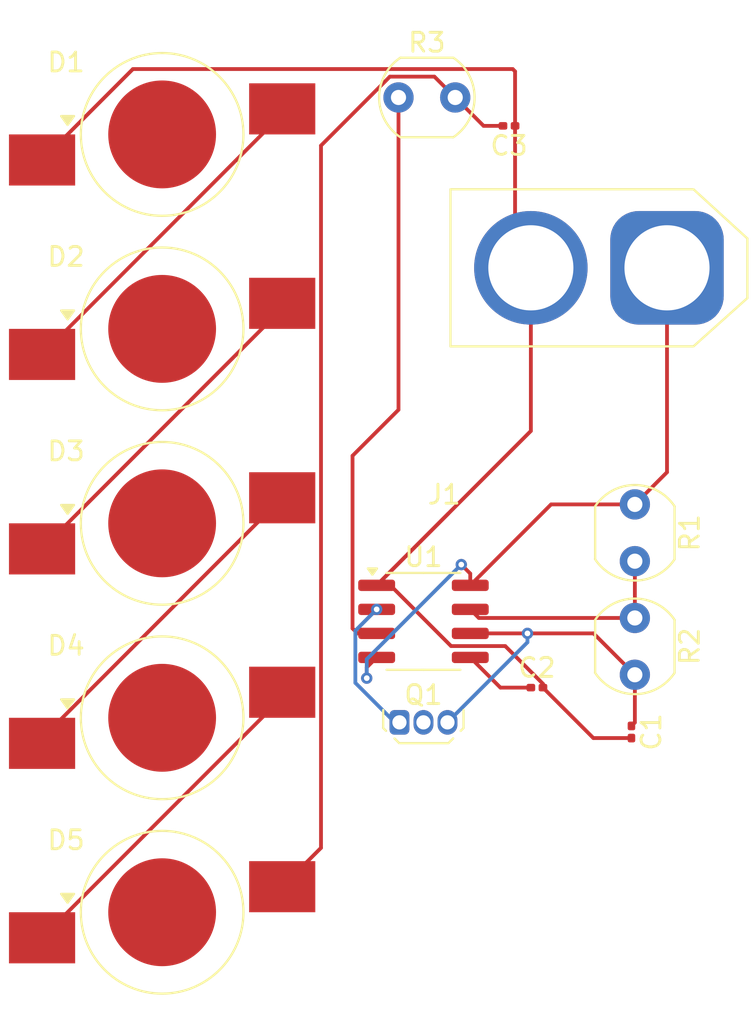
<source format=kicad_pcb>
(kicad_pcb (version 20241229) (generator "pcbnew") (generator_version "9.0")
  (layers (0 "F.Cu" signal) (2 "B.Cu" signal) (13 "F.Paste" user) (15 "B.Paste" user) (5 "F.SilkS" user "F.Silkscreen") (7 "B.SilkS" user "B.Silkscreen") (1 "F.Mask" user) (3 "B.Mask" user) (25 "Edge.Cuts" user))
  (net 0 "")
  (net 1 "VCC")
  (net 2 "Net-(U1-Q)")
  (net 3 "GND")
  (net 4 "Net-(U1-DIS)")
  (net 5 "Net-(Q1-S)")
  (net 6 "Net-(U1-CV)")
  (net 7 "/L")
  (net 8 "Net-(D1-A)")
  (net 9 "Net-(D2-A)")
  (net 10 "Net-(D3-A)")
  (net 11 "Net-(D4-A)")
  (net 13 "Net-(Q1-D)")
  (footprint "OptoDevice:R_LDR_5.0x4.1mm_P3mm_Vertical" (layer "F.Cu") (at 110.5 82 -90)
    (property "Reference" "R2" (at 1.5 -2.9 90) (layer "F.SilkS"))
    (property "Value" "R")
    (fp_line (start 0.1 2.1) (end 2.9 2.1) (stroke (width 0.12)) (layer "F.SilkS"))
    (fp_line (start 0.1 -2.1) (end 2.9 -2.1) (stroke (width 0.12)) (layer "F.SilkS"))
    (fp_arc (start 0.1 2.1) (mid -1.023872 -0.008372) (end 0.113963 -2.109242) (stroke (width 0.12)) (layer "F.SilkS"))
    (fp_arc (start 2.9 -2.1) (mid 4.023872 0.008372) (end 2.886037 2.109242) (stroke (width 0.12)) (layer "F.SilkS"))
    (pad "1" thru_hole circle (at 0 0 270) (size 1.6 1.6) (drill 0.8) (layers "*.Cu" "*.Mask") (net 4 "Net-(U1-DIS)"))
    (pad "2" thru_hole circle (at 3 0 270) (size 1.6 1.6) (drill 0.8) (layers "*.Cu" "*.Mask") (net 5 "Net-(Q1-S)"))
  )
  (footprint "OptoDevice:R_LDR_5.0x4.1mm_P3mm_Vertical" (layer "F.Cu") (at 110.5 76 -90)
    (property "Reference" "R1" (at 1.5 -2.9 90) (layer "F.SilkS"))
    (property "Value" "R")
    (fp_line (start 0.1 2.1) (end 2.9 2.1) (stroke (width 0.12)) (layer "F.SilkS"))
    (fp_line (start 0.1 -2.1) (end 2.9 -2.1) (stroke (width 0.12)) (layer "F.SilkS"))
    (fp_arc (start 0.1 2.1) (mid -1.023872 -0.008372) (end 0.113963 -2.109242) (stroke (width 0.12)) (layer "F.SilkS"))
    (fp_arc (start 2.9 -2.1) (mid 4.023872 0.008372) (end 2.886037 2.109242) (stroke (width 0.12)) (layer "F.SilkS"))
    (pad "1" thru_hole circle (at 0 0 270) (size 1.6 1.6) (drill 0.8) (layers "*.Cu" "*.Mask") (net 1 "VCC"))
    (pad "2" thru_hole circle (at 3 0 270) (size 1.6 1.6) (drill 0.8) (layers "*.Cu" "*.Mask") (net 4 "Net-(U1-DIS)"))
  )
  (footprint "Package_SO:SOIC-8_3.9x4.9mm_P1.27mm" (layer "F.Cu") (at 99.32 82.18)
    (property "Reference" "U1" (at 0 -3.4 0) (layer "F.SilkS"))
    (property "Value" "LM555xM")
    (fp_line (start 0 -2.56) (end -1.95 -2.56) (stroke (width 0.12)) (layer "F.SilkS"))
    (fp_line (start 0 -2.56) (end 1.95 -2.56) (stroke (width 0.12)) (layer "F.SilkS"))
    (fp_line (start 0 2.56) (end -1.95 2.56) (stroke (width 0.12)) (layer "F.SilkS"))
    (fp_line (start 0 2.56) (end 1.95 2.56) (stroke (width 0.12)) (layer "F.SilkS"))
    (fp_poly (pts (xy -2.7 -2.465) (xy -2.94 -2.795) (xy -2.46 -2.795)) (stroke (width 0.12)) (fill yes) (layer "F.SilkS"))
    (pad "1" smd roundrect (at -2.475 -1.905) (size 1.95 0.6) (layers "F.Cu" "F.Mask" "F.Paste") (net 3 "GND"))
    (pad "2" smd roundrect (at -2.475 -0.635) (size 1.95 0.6) (layers "F.Cu" "F.Mask" "F.Paste") (net 13 "Net-(Q1-D)"))
    (pad "3" smd roundrect (at -2.475 0.635) (size 1.95 0.6) (layers "F.Cu" "F.Mask" "F.Paste") (net 2 "Net-(U1-Q)"))
    (pad "4" smd roundrect (at -2.475 1.905) (size 1.95 0.6) (layers "F.Cu" "F.Mask" "F.Paste") (net 1 "VCC"))
    (pad "5" smd roundrect (at 2.475 1.905) (size 1.95 0.6) (layers "F.Cu" "F.Mask" "F.Paste") (net 6 "Net-(U1-CV)"))
    (pad "6" smd roundrect (at 2.475 0.635) (size 1.95 0.6) (layers "F.Cu" "F.Mask" "F.Paste") (net 5 "Net-(Q1-S)"))
    (pad "7" smd roundrect (at 2.475 -0.635) (size 1.95 0.6) (layers "F.Cu" "F.Mask" "F.Paste") (net 4 "Net-(U1-DIS)"))
    (pad "8" smd roundrect (at 2.475 -1.905) (size 1.95 0.6) (layers "F.Cu" "F.Mask" "F.Paste") (net 1 "VCC"))
  )
  (footprint "LED_SMD:LED_1W_3W_R8" (layer "F.Cu") (at 85.5 56.451976)
    (property "Reference" "D1" (at -5.08 -3.81 0) (layer "F.SilkS"))
    (property "Value" "LED")
    (fp_circle (center 0 0) (end -4.3 0) (stroke (width 0.12)) (fill no) (layer "F.SilkS"))
    (fp_poly (pts (xy -5 -0.5) (xy -5.34 -0.97) (xy -4.66 -0.97) (xy -5 -0.5)) (stroke (width 0.12)) (fill yes) (layer "F.SilkS"))
    (pad "1" smd rect (at -6.35 1.35) (size 3.5 2.7) (layers "F.Cu" "F.Mask" "F.Paste") (net 3 "GND"))
    (pad "2" smd rect (at 6.35 -1.35) (size 3.5 2.7) (layers "F.Cu" "F.Mask" "F.Paste") (net 8 "Net-(D1-A)"))
    (pad "3" smd circle (at 0 0) (size 5.7 5.7) (layers "F.Cu" "F.Mask" "F.Paste"))
  )
  (footprint "Capacitor_SMD:C_0201_0603Metric" (layer "F.Cu") (at 103.845 56 180)
    (property "Reference" "C3" (at 0 -1.05 0) (layer "F.SilkS"))
    (property "Value" "C")
    (pad "1" smd roundrect (at -0.32 0 180) (size 0.46 0.4) (layers "F.Cu" "F.Mask") (net 3 "GND"))
    (pad "2" smd roundrect (at 0.32 0 180) (size 0.46 0.4) (layers "F.Cu" "F.Mask") (net 7 "/L"))
  )
  (footprint "Package_TO_SOT_THT:TO-92Flat" (layer "F.Cu") (at 98.05 87.515)
    (property "Reference" "Q1" (at 1.27 -1.45 0) (layer "F.SilkS"))
    (property "Value" "NMOS")
    (fp_line (start -0.86 0.3) (end -0.86 -0.65) (stroke (width 0.12)) (layer "F.SilkS"))
    (fp_line (start -0.71 0.45) (end -0.86 0.3) (stroke (width 0.12)) (layer "F.SilkS"))
    (fp_line (start -0.01 1.1) (end -0.26 0.85) (stroke (width 0.12)) (layer "F.SilkS"))
    (fp_line (start -0.01 1.1) (end 2.59 1.1) (stroke (width 0.12)) (layer "F.SilkS"))
    (fp_line (start 2.59 1.1) (end 2.84 0.85) (stroke (width 0.12)) (layer "F.SilkS"))
    (fp_line (start 3.24 0.45) (end 3.39 0.3) (stroke (width 0.12)) (layer "F.SilkS"))
    (fp_line (start 3.39 -0.65) (end 3.39 0.3) (stroke (width 0.12)) (layer "F.SilkS"))
    (pad "1" thru_hole roundrect (at 0 0) (size 1.05 1.3) (drill 0.75) (layers "*.Cu" "*.Mask") (roundrect_rratio 0.238) (net 13 "Net-(Q1-D)"))
    (pad "2" thru_hole oval (at 1.27 0) (size 1.05 1.3) (drill 0.75) (layers "*.Cu" "*.Mask"))
    (pad "3" thru_hole oval (at 2.54 0) (size 1.05 1.3) (drill 0.75) (layers "*.Cu" "*.Mask") (net 5 "Net-(Q1-S)"))
  )
  (footprint "LED_SMD:LED_1W_3W_R8" (layer "F.Cu") (at 85.5 87.274012)
    (property "Reference" "D4" (at -5.08 -3.81 0) (layer "F.SilkS"))
    (property "Value" "LED")
    (fp_circle (center 0 0) (end -4.3 0) (stroke (width 0.12)) (fill no) (layer "F.SilkS"))
    (fp_poly (pts (xy -5 -0.5) (xy -5.34 -0.97) (xy -4.66 -0.97) (xy -5 -0.5)) (stroke (width 0.12)) (fill yes) (layer "F.SilkS"))
    (pad "1" smd rect (at -6.35 1.35) (size 3.5 2.7) (layers "F.Cu" "F.Mask" "F.Paste") (net 10 "Net-(D3-A)"))
    (pad "2" smd rect (at 6.35 -1.35) (size 3.5 2.7) (layers "F.Cu" "F.Mask" "F.Paste") (net 11 "Net-(D4-A)"))
    (pad "3" smd circle (at 0 0) (size 5.7 5.7) (layers "F.Cu" "F.Mask" "F.Paste"))
  )
  (footprint "OptoDevice:R_LDR_5.0x4.1mm_P3mm_Vertical" (layer "F.Cu") (at 98 54.5)
    (property "Reference" "R3" (at 1.5 -2.9 0) (layer "F.SilkS"))
    (property "Value" "R")
    (fp_line (start 0.1 -2.1) (end 2.9 -2.1) (stroke (width 0.12)) (layer "F.SilkS"))
    (fp_line (start 0.1 2.1) (end 2.9 2.1) (stroke (width 0.12)) (layer "F.SilkS"))
    (fp_arc (start 0.1 2.1) (mid -1.023872 -0.008372) (end 0.113963 -2.109242) (stroke (width 0.12)) (layer "F.SilkS"))
    (fp_arc (start 2.9 -2.1) (mid 4.023872 0.008372) (end 2.886037 2.109242) (stroke (width 0.12)) (layer "F.SilkS"))
    (pad "1" thru_hole circle (at 0 0) (size 1.6 1.6) (drill 0.8) (layers "*.Cu" "*.Mask") (net 2 "Net-(U1-Q)"))
    (pad "2" thru_hole circle (at 3 0) (size 1.6 1.6) (drill 0.8) (layers "*.Cu" "*.Mask") (net 7 "/L"))
  )
  (footprint "Capacitor_SMD:C_0201_0603Metric" (layer "F.Cu") (at 105.32 85.68)
    (property "Reference" "C2" (at 0 -1.05 0) (layer "F.SilkS"))
    (property "Value" "C")
    (pad "1" smd roundrect (at -0.32 0) (size 0.46 0.4) (layers "F.Cu" "F.Mask") (net 6 "Net-(U1-CV)"))
    (pad "2" smd roundrect (at 0.32 0) (size 0.46 0.4) (layers "F.Cu" "F.Mask") (net 3 "GND"))
  )
  (footprint "Connector_AMASS:AMASS_XT60-F_1x02_P7.20mm_Vertical" (layer "F.Cu") (at 112.2 63.5 180)
    (property "Reference" "J1" (at 11.78 -11.98 0) (layer "F.SilkS"))
    (property "Value" "Conn_01x02_Socket")
    (fp_line (start 11.45 4.15) (end 11.45 -4.15) (stroke (width 0.12)) (layer "F.SilkS"))
    (fp_line (start 11.45 -4.15) (end -1.4 -4.15) (stroke (width 0.12)) (layer "F.SilkS"))
    (fp_line (start -1.4 4.15) (end 11.45 4.15) (stroke (width 0.12)) (layer "F.SilkS"))
    (fp_line (start -1.4 -4.15) (end -4.25 -1.6) (stroke (width 0.12)) (layer "F.SilkS"))
    (fp_line (start -4.25 1.55) (end -1.4 4.15) (stroke (width 0.12)) (layer "F.SilkS"))
    (fp_line (start -4.25 -1.6) (end -4.25 1.55) (stroke (width 0.12)) (layer "F.SilkS"))
    (pad "1" thru_hole roundrect (at 0 0 180) (size 6 6) (drill 4.5) (layers "*.Cu" "*.Mask") (net 1 "VCC"))
    (pad "2" thru_hole circle (at 7.2 0 180) (size 6 6) (drill 4.5) (layers "*.Cu" "*.Mask") (net 3 "GND"))
  )
  (footprint "LED_SMD:LED_1W_3W_R8" (layer "F.Cu") (at 85.5 77)
    (property "Reference" "D3" (at -5.08 -3.81 0) (layer "F.SilkS"))
    (property "Value" "LED")
    (fp_circle (center 0 0) (end -4.3 0) (stroke (width 0.12)) (fill no) (layer "F.SilkS"))
    (fp_poly (pts (xy -5 -0.5) (xy -5.34 -0.97) (xy -4.66 -0.97) (xy -5 -0.5)) (stroke (width 0.12)) (fill yes) (layer "F.SilkS"))
    (pad "1" smd rect (at -6.35 1.35) (size 3.5 2.7) (layers "F.Cu" "F.Mask" "F.Paste") (net 9 "Net-(D2-A)"))
    (pad "2" smd rect (at 6.35 -1.35) (size 3.5 2.7) (layers "F.Cu" "F.Mask" "F.Paste") (net 10 "Net-(D3-A)"))
    (pad "3" smd circle (at 0 0) (size 5.7 5.7) (layers "F.Cu" "F.Mask" "F.Paste"))
  )
  (footprint "LED_SMD:LED_1W_3W_R8" (layer "F.Cu") (at 85.5 97.548024)
    (property "Reference" "D5" (at -5.08 -3.81 0) (layer "F.SilkS"))
    (property "Value" "LED")
    (fp_circle (center 0 0) (end -4.3 0) (stroke (width 0.12)) (fill no) (layer "F.SilkS"))
    (fp_poly (pts (xy -5 -0.5) (xy -5.34 -0.97) (xy -4.66 -0.97) (xy -5 -0.5)) (stroke (width 0.12)) (fill yes) (layer "F.SilkS"))
    (pad "1" smd rect (at -6.35 1.35) (size 3.5 2.7) (layers "F.Cu" "F.Mask" "F.Paste") (net 11 "Net-(D4-A)"))
    (pad "2" smd rect (at 6.35 -1.35) (size 3.5 2.7) (layers "F.Cu" "F.Mask" "F.Paste") (net 7 "/L"))
    (pad "3" smd circle (at 0 0) (size 5.7 5.7) (layers "F.Cu" "F.Mask" "F.Paste"))
  )
  (footprint "LED_SMD:LED_1W_3W_R8" (layer "F.Cu") (at 85.5 66.725988)
    (property "Reference" "D2" (at -5.08 -3.81 0) (layer "F.SilkS"))
    (property "Value" "LED")
    (fp_circle (center 0 0) (end -4.3 0) (stroke (width 0.12)) (fill no) (layer "F.SilkS"))
    (fp_poly (pts (xy -5 -0.5) (xy -5.34 -0.97) (xy -4.66 -0.97) (xy -5 -0.5)) (stroke (width 0.12)) (fill yes) (layer "F.SilkS"))
    (pad "1" smd rect (at -6.35 1.35) (size 3.5 2.7) (layers "F.Cu" "F.Mask" "F.Paste") (net 8 "Net-(D1-A)"))
    (pad "2" smd rect (at 6.35 -1.35) (size 3.5 2.7) (layers "F.Cu" "F.Mask" "F.Paste") (net 9 "Net-(D2-A)"))
    (pad "3" smd circle (at 0 0) (size 5.7 5.7) (layers "F.Cu" "F.Mask" "F.Paste"))
  )
  (footprint "Capacitor_SMD:C_0201_0603Metric" (layer "F.Cu") (at 110.32 88.025 -90)
    (property "Reference" "C1" (at 0 -1.05 90) (layer "F.SilkS"))
    (property "Value" "C")
    (pad "1" smd roundrect (at -0.32 0 270) (size 0.46 0.4) (layers "F.Cu" "F.Mask") (net 5 "Net-(Q1-S)"))
    (pad "2" smd roundrect (at 0.32 0 270) (size 0.46 0.4) (layers "F.Cu" "F.Mask") (net 3 "GND"))
  )
  (segment (start 96.32 85.18) (end 96.32 84.61) (width 0.2) (layer "F.Cu") (net 1))
  (segment (start 101.795 80.275) (end 101.795 79.655) (width 0.2) (layer "F.Cu") (net 1))
  (segment (start 112.2 63.5) (end 112.2 74.3) (width 0.2) (layer "F.Cu") (net 1))
  (segment (start 112.2 74.3) (end 110.5 76) (width 0.2) (layer "F.Cu") (net 1))
  (segment (start 101.795 79.655) (end 101.32 79.18) (width 0.2) (layer "F.Cu") (net 1))
  (segment (start 96.32 84.61) (end 96.845 84.085) (width 0.2) (layer "F.Cu") (net 1))
  (segment (start 106.07 76) (end 101.795 80.275) (width 0.2) (layer "F.Cu") (net 1))
  (segment (start 110.5 76) (end 106.07 76) (width 0.2) (layer "F.Cu") (net 1))
  (via (at 96.32 85.18) (size 0.6) (drill 0.3) (layers "F.Cu" "B.Cu") (net 1))
  (via (at 101.32 79.18) (size 0.6) (drill 0.3) (layers "F.Cu" "B.Cu") (net 1))
  (segment (start 96.32 84.18) (end 96.32 85.18) (width 0.2) (layer "B.Cu") (net 1))
  (segment (start 101.32 79.18) (end 96.32 84.18) (width 0.2) (layer "B.Cu") (net 1))
  (segment (start 98 54.5) (end 98 71) (width 0.2) (layer "F.Cu") (net 2))
  (segment (start 95.569 82.553) (end 95.831 82.815) (width 0.2) (layer "F.Cu") (net 2))
  (segment (start 95.831 82.815) (end 96.845 82.815) (width 0.2) (layer "F.Cu") (net 2))
  (segment (start 98 71) (end 95.569 73.431) (width 0.2) (layer "F.Cu") (net 2))
  (segment (start 95.569 73.431) (end 95.569 82.553) (width 0.2) (layer "F.Cu") (net 2))
  (segment (start 105 63.5) (end 105 72.12) (width 0.2) (layer "F.Cu") (net 3))
  (segment (start 104.04064 52.998) (end 83.953976 52.998) (width 0.2) (layer "F.Cu") (net 3))
  (segment (start 83.953976 52.998) (end 79.15 57.801976) (width 0.2) (layer "F.Cu") (net 3))
  (segment (start 96.845 80.275) (end 100.62 76.5) (width 0.2) (layer "F.Cu") (net 3))
  (segment (start 96.845 80.275) (end 97.570032 80.275) (width 0.2) (layer "F.Cu") (net 3))
  (segment (start 103.643999 83.484) (end 105.64 85.480001) (width 0.2) (layer "F.Cu") (net 3))
  (segment (start 97.570032 80.275) (end 100.779032 83.484) (width 0.2) (layer "F.Cu") (net 3))
  (segment (start 104.165 56) (end 104.165 53.12236) (width 0.2) (layer "F.Cu") (net 3))
  (segment (start 104.165 53.12236) (end 104.04064 52.998) (width 0.2) (layer "F.Cu") (net 3))
  (segment (start 105 72.12) (end 96.845 80.275) (width 0.2) (layer "F.Cu") (net 3))
  (segment (start 108.305 88.345) (end 110.32 88.345) (width 0.2) (layer "F.Cu") (net 3))
  (segment (start 104.165 62.665) (end 105 63.5) (width 0.2) (layer "F.Cu") (net 3))
  (segment (start 105.64 85.480001) (end 105.64 85.68) (width 0.2) (layer "F.Cu") (net 3))
  (segment (start 100.779032 83.484) (end 103.643999 83.484) (width 0.2) (layer "F.Cu") (net 3))
  (segment (start 105.64 85.68) (end 108.305 88.345) (width 0.2) (layer "F.Cu") (net 3))
  (segment (start 104.165 56) (end 104.165 62.665) (width 0.2) (layer "F.Cu") (net 3))
  (segment (start 110.5 82) (end 110.5 79) (width 0.2) (layer "F.Cu") (net 4))
  (segment (start 110.5 82) (end 102.25 82) (width 0.2) (layer "F.Cu") (net 4))
  (segment (start 102.25 82) (end 101.795 81.545) (width 0.2) (layer "F.Cu") (net 4))
  (segment (start 101.795 82.815) (end 104.82 82.815) (width 0.2) (layer "F.Cu") (net 5))
  (segment (start 110.5 85) (end 110.5 87.525) (width 0.2) (layer "F.Cu") (net 5))
  (segment (start 110.5 87.525) (end 110.32 87.705) (width 0.2) (layer "F.Cu") (net 5))
  (segment (start 108.315 82.815) (end 104.82 82.815) (width 0.2) (layer "F.Cu") (net 5))
  (segment (start 110.5 85) (end 108.315 82.815) (width 0.2) (layer "F.Cu") (net 5))
  (segment (start 110.5 85) (end 110.32 85.18) (width 0.2) (layer "F.Cu") (net 5))
  (via (at 104.82 82.815) (size 0.6) (drill 0.3) (layers "F.Cu" "B.Cu") (net 5))
  (segment (start 104.82 82.815) (end 104.82 83.285) (width 0.2) (layer "B.Cu") (net 5))
  (segment (start 104.82 83.285) (end 100.59 87.515) (width 0.2) (layer "B.Cu") (net 5))
  (segment (start 103.39 85.68) (end 101.795 84.085) (width 0.2) (layer "F.Cu") (net 6))
  (segment (start 105 85.68) (end 103.39 85.68) (width 0.2) (layer "F.Cu") (net 6))
  (segment (start 102.5 56) (end 103.525 56) (width 0.2) (layer "F.Cu") (net 7))
  (segment (start 91.85 96.198024) (end 93.901 94.147024) (width 0.2) (layer "F.Cu") (net 7))
  (segment (start 97.54395 53.399) (end 99.899 53.399) (width 0.2) (layer "F.Cu") (net 7))
  (segment (start 93.901 94.147024) (end 93.901 57.04195) (width 0.2) (layer "F.Cu") (net 7))
  (segment (start 93.901 57.04195) (end 97.54395 53.399) (width 0.2) (layer "F.Cu") (net 7))
  (segment (start 99.899 53.399) (end 101 54.5) (width 0.2) (layer "F.Cu") (net 7))
  (segment (start 101 54.5) (end 102.5 56) (width 0.2) (layer "F.Cu") (net 7))
  (segment (start 91.85 55.375988) (end 79.15 68.075988) (width 0.2) (layer "F.Cu") (net 8))
  (segment (start 91.85 55.101976) (end 91.85 55.375988) (width 0.2) (layer "F.Cu") (net 8))
  (segment (start 91.85 65.65) (end 79.15 78.35) (width 0.2) (layer "F.Cu") (net 9))
  (segment (start 91.85 65.375988) (end 91.85 65.65) (width 0.2) (layer "F.Cu") (net 9))
  (segment (start 79.15 88.35) (end 79.15 88.624012) (width 0.2) (layer "F.Cu") (net 10))
  (segment (start 91.85 75.65) (end 79.15 88.35) (width 0.2) (layer "F.Cu") (net 10))
  (segment (start 91.85 85.924012) (end 91.85 86.198024) (width 0.2) (layer "F.Cu") (net 11))
  (segment (start 91.85 86.198024) (end 79.15 98.898024) (width 0.2) (layer "F.Cu") (net 11))
  (segment (start 96.845 81.545) (end 96.455 81.545) (width 0.2) (layer "F.Cu") (net 13))
  (via (at 96.845 81.545) (size 0.6) (drill 0.3) (layers "F.Cu" "B.Cu") (net 13))
  (segment (start 97.805057 87.515) (end 95.719 85.428943) (width 0.2) (layer "B.Cu") (net 13))
  (segment (start 98.05 87.515) (end 97.805057 87.515) (width 0.2) (layer "B.Cu") (net 13))
  (segment (start 95.719 85.428943) (end 95.719 82.671) (width 0.2) (layer "B.Cu") (net 13))
  (segment (start 95.719 82.671) (end 96.845 81.545) (width 0.2) (layer "B.Cu") (net 13))
)
</source>
